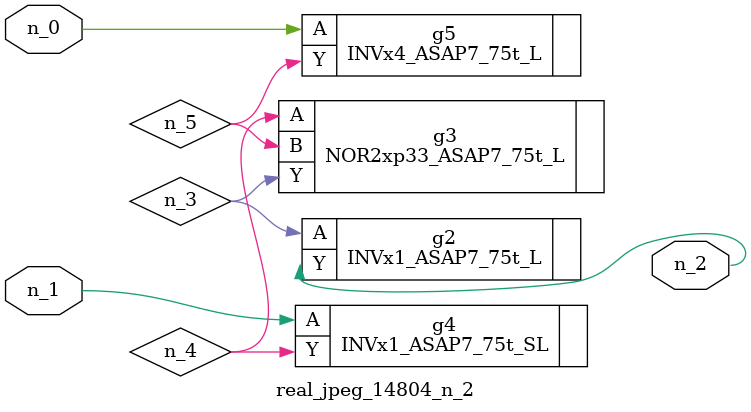
<source format=v>
module real_jpeg_14804_n_2 (n_1, n_0, n_2);

input n_1;
input n_0;

output n_2;

wire n_5;
wire n_4;
wire n_3;

INVx4_ASAP7_75t_L g5 ( 
.A(n_0),
.Y(n_5)
);

INVx1_ASAP7_75t_SL g4 ( 
.A(n_1),
.Y(n_4)
);

INVx1_ASAP7_75t_L g2 ( 
.A(n_3),
.Y(n_2)
);

NOR2xp33_ASAP7_75t_L g3 ( 
.A(n_4),
.B(n_5),
.Y(n_3)
);


endmodule
</source>
